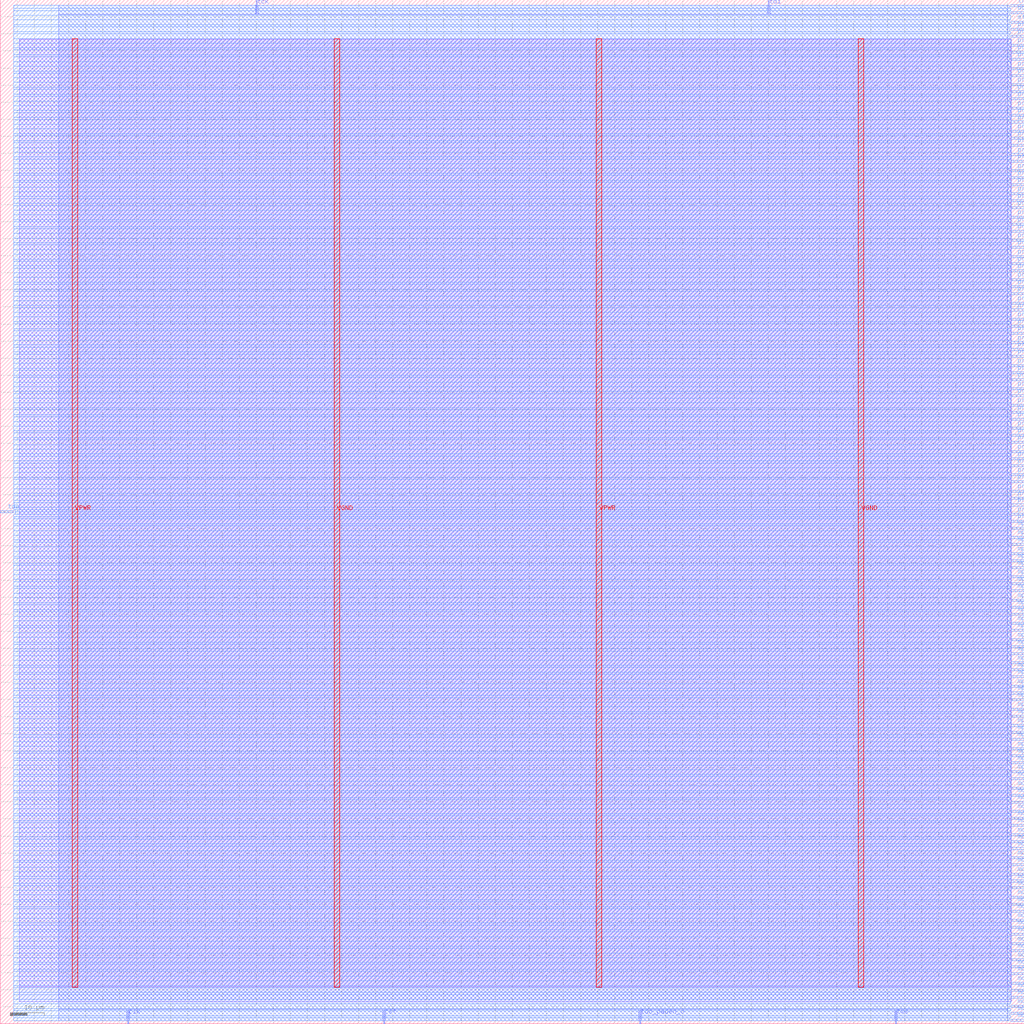
<source format=lef>
VERSION 5.7 ;
  NOWIREEXTENSIONATPIN ON ;
  DIVIDERCHAR "/" ;
  BUSBITCHARS "[]" ;
MACRO spm_top
  CLASS BLOCK ;
  FOREIGN spm_top ;
  ORIGIN 0.000 0.000 ;
  SIZE 300.000 BY 300.000 ;
  PIN clk
    DIRECTION INPUT ;
    USE SIGNAL ;
    PORT
      LAYER met2 ;
        RECT 37.350 0.000 37.630 4.000 ;
    END
  END clk
  PIN done
    DIRECTION OUTPUT TRISTATE ;
    USE SIGNAL ;
    PORT
      LAYER met3 ;
        RECT 296.000 295.840 300.000 296.440 ;
    END
  END done
  PIN mc[0]
    DIRECTION INPUT ;
    USE SIGNAL ;
    PORT
      LAYER met3 ;
        RECT 296.000 0.720 300.000 1.320 ;
    END
  END mc[0]
  PIN mc[10]
    DIRECTION INPUT ;
    USE SIGNAL ;
    PORT
      LAYER met3 ;
        RECT 296.000 23.160 300.000 23.760 ;
    END
  END mc[10]
  PIN mc[11]
    DIRECTION INPUT ;
    USE SIGNAL ;
    PORT
      LAYER met3 ;
        RECT 296.000 25.880 300.000 26.480 ;
    END
  END mc[11]
  PIN mc[12]
    DIRECTION INPUT ;
    USE SIGNAL ;
    PORT
      LAYER met3 ;
        RECT 296.000 27.920 300.000 28.520 ;
    END
  END mc[12]
  PIN mc[13]
    DIRECTION INPUT ;
    USE SIGNAL ;
    PORT
      LAYER met3 ;
        RECT 296.000 29.960 300.000 30.560 ;
    END
  END mc[13]
  PIN mc[14]
    DIRECTION INPUT ;
    USE SIGNAL ;
    PORT
      LAYER met3 ;
        RECT 296.000 32.680 300.000 33.280 ;
    END
  END mc[14]
  PIN mc[15]
    DIRECTION INPUT ;
    USE SIGNAL ;
    PORT
      LAYER met3 ;
        RECT 296.000 34.720 300.000 35.320 ;
    END
  END mc[15]
  PIN mc[16]
    DIRECTION INPUT ;
    USE SIGNAL ;
    PORT
      LAYER met3 ;
        RECT 296.000 36.760 300.000 37.360 ;
    END
  END mc[16]
  PIN mc[17]
    DIRECTION INPUT ;
    USE SIGNAL ;
    PORT
      LAYER met3 ;
        RECT 296.000 39.480 300.000 40.080 ;
    END
  END mc[17]
  PIN mc[18]
    DIRECTION INPUT ;
    USE SIGNAL ;
    PORT
      LAYER met3 ;
        RECT 296.000 41.520 300.000 42.120 ;
    END
  END mc[18]
  PIN mc[19]
    DIRECTION INPUT ;
    USE SIGNAL ;
    PORT
      LAYER met3 ;
        RECT 296.000 43.560 300.000 44.160 ;
    END
  END mc[19]
  PIN mc[1]
    DIRECTION INPUT ;
    USE SIGNAL ;
    PORT
      LAYER met3 ;
        RECT 296.000 2.760 300.000 3.360 ;
    END
  END mc[1]
  PIN mc[20]
    DIRECTION INPUT ;
    USE SIGNAL ;
    PORT
      LAYER met3 ;
        RECT 296.000 46.280 300.000 46.880 ;
    END
  END mc[20]
  PIN mc[21]
    DIRECTION INPUT ;
    USE SIGNAL ;
    PORT
      LAYER met3 ;
        RECT 296.000 48.320 300.000 48.920 ;
    END
  END mc[21]
  PIN mc[22]
    DIRECTION INPUT ;
    USE SIGNAL ;
    PORT
      LAYER met3 ;
        RECT 296.000 51.040 300.000 51.640 ;
    END
  END mc[22]
  PIN mc[23]
    DIRECTION INPUT ;
    USE SIGNAL ;
    PORT
      LAYER met3 ;
        RECT 296.000 53.080 300.000 53.680 ;
    END
  END mc[23]
  PIN mc[24]
    DIRECTION INPUT ;
    USE SIGNAL ;
    PORT
      LAYER met3 ;
        RECT 296.000 55.120 300.000 55.720 ;
    END
  END mc[24]
  PIN mc[25]
    DIRECTION INPUT ;
    USE SIGNAL ;
    PORT
      LAYER met3 ;
        RECT 296.000 57.840 300.000 58.440 ;
    END
  END mc[25]
  PIN mc[26]
    DIRECTION INPUT ;
    USE SIGNAL ;
    PORT
      LAYER met3 ;
        RECT 296.000 59.880 300.000 60.480 ;
    END
  END mc[26]
  PIN mc[27]
    DIRECTION INPUT ;
    USE SIGNAL ;
    PORT
      LAYER met3 ;
        RECT 296.000 61.920 300.000 62.520 ;
    END
  END mc[27]
  PIN mc[28]
    DIRECTION INPUT ;
    USE SIGNAL ;
    PORT
      LAYER met3 ;
        RECT 296.000 64.640 300.000 65.240 ;
    END
  END mc[28]
  PIN mc[29]
    DIRECTION INPUT ;
    USE SIGNAL ;
    PORT
      LAYER met3 ;
        RECT 296.000 66.680 300.000 67.280 ;
    END
  END mc[29]
  PIN mc[2]
    DIRECTION INPUT ;
    USE SIGNAL ;
    PORT
      LAYER met3 ;
        RECT 296.000 4.800 300.000 5.400 ;
    END
  END mc[2]
  PIN mc[30]
    DIRECTION INPUT ;
    USE SIGNAL ;
    PORT
      LAYER met3 ;
        RECT 296.000 68.720 300.000 69.320 ;
    END
  END mc[30]
  PIN mc[31]
    DIRECTION INPUT ;
    USE SIGNAL ;
    PORT
      LAYER met3 ;
        RECT 296.000 71.440 300.000 72.040 ;
    END
  END mc[31]
  PIN mc[3]
    DIRECTION INPUT ;
    USE SIGNAL ;
    PORT
      LAYER met3 ;
        RECT 296.000 7.520 300.000 8.120 ;
    END
  END mc[3]
  PIN mc[4]
    DIRECTION INPUT ;
    USE SIGNAL ;
    PORT
      LAYER met3 ;
        RECT 296.000 9.560 300.000 10.160 ;
    END
  END mc[4]
  PIN mc[5]
    DIRECTION INPUT ;
    USE SIGNAL ;
    PORT
      LAYER met3 ;
        RECT 296.000 11.600 300.000 12.200 ;
    END
  END mc[5]
  PIN mc[6]
    DIRECTION INPUT ;
    USE SIGNAL ;
    PORT
      LAYER met3 ;
        RECT 296.000 14.320 300.000 14.920 ;
    END
  END mc[6]
  PIN mc[7]
    DIRECTION INPUT ;
    USE SIGNAL ;
    PORT
      LAYER met3 ;
        RECT 296.000 16.360 300.000 16.960 ;
    END
  END mc[7]
  PIN mc[8]
    DIRECTION INPUT ;
    USE SIGNAL ;
    PORT
      LAYER met3 ;
        RECT 296.000 18.400 300.000 19.000 ;
    END
  END mc[8]
  PIN mc[9]
    DIRECTION INPUT ;
    USE SIGNAL ;
    PORT
      LAYER met3 ;
        RECT 296.000 21.120 300.000 21.720 ;
    END
  END mc[9]
  PIN mp[0]
    DIRECTION INPUT ;
    USE SIGNAL ;
    PORT
      LAYER met3 ;
        RECT 296.000 73.480 300.000 74.080 ;
    END
  END mp[0]
  PIN mp[10]
    DIRECTION INPUT ;
    USE SIGNAL ;
    PORT
      LAYER met3 ;
        RECT 296.000 96.600 300.000 97.200 ;
    END
  END mp[10]
  PIN mp[11]
    DIRECTION INPUT ;
    USE SIGNAL ;
    PORT
      LAYER met3 ;
        RECT 296.000 98.640 300.000 99.240 ;
    END
  END mp[11]
  PIN mp[12]
    DIRECTION INPUT ;
    USE SIGNAL ;
    PORT
      LAYER met3 ;
        RECT 296.000 101.360 300.000 101.960 ;
    END
  END mp[12]
  PIN mp[13]
    DIRECTION INPUT ;
    USE SIGNAL ;
    PORT
      LAYER met3 ;
        RECT 296.000 103.400 300.000 104.000 ;
    END
  END mp[13]
  PIN mp[14]
    DIRECTION INPUT ;
    USE SIGNAL ;
    PORT
      LAYER met3 ;
        RECT 296.000 105.440 300.000 106.040 ;
    END
  END mp[14]
  PIN mp[15]
    DIRECTION INPUT ;
    USE SIGNAL ;
    PORT
      LAYER met3 ;
        RECT 296.000 108.160 300.000 108.760 ;
    END
  END mp[15]
  PIN mp[16]
    DIRECTION INPUT ;
    USE SIGNAL ;
    PORT
      LAYER met3 ;
        RECT 296.000 110.200 300.000 110.800 ;
    END
  END mp[16]
  PIN mp[17]
    DIRECTION INPUT ;
    USE SIGNAL ;
    PORT
      LAYER met3 ;
        RECT 296.000 112.240 300.000 112.840 ;
    END
  END mp[17]
  PIN mp[18]
    DIRECTION INPUT ;
    USE SIGNAL ;
    PORT
      LAYER met3 ;
        RECT 296.000 114.960 300.000 115.560 ;
    END
  END mp[18]
  PIN mp[19]
    DIRECTION INPUT ;
    USE SIGNAL ;
    PORT
      LAYER met3 ;
        RECT 296.000 117.000 300.000 117.600 ;
    END
  END mp[19]
  PIN mp[1]
    DIRECTION INPUT ;
    USE SIGNAL ;
    PORT
      LAYER met3 ;
        RECT 296.000 76.200 300.000 76.800 ;
    END
  END mp[1]
  PIN mp[20]
    DIRECTION INPUT ;
    USE SIGNAL ;
    PORT
      LAYER met3 ;
        RECT 296.000 119.720 300.000 120.320 ;
    END
  END mp[20]
  PIN mp[21]
    DIRECTION INPUT ;
    USE SIGNAL ;
    PORT
      LAYER met3 ;
        RECT 296.000 121.760 300.000 122.360 ;
    END
  END mp[21]
  PIN mp[22]
    DIRECTION INPUT ;
    USE SIGNAL ;
    PORT
      LAYER met3 ;
        RECT 296.000 123.800 300.000 124.400 ;
    END
  END mp[22]
  PIN mp[23]
    DIRECTION INPUT ;
    USE SIGNAL ;
    PORT
      LAYER met3 ;
        RECT 296.000 126.520 300.000 127.120 ;
    END
  END mp[23]
  PIN mp[24]
    DIRECTION INPUT ;
    USE SIGNAL ;
    PORT
      LAYER met3 ;
        RECT 296.000 128.560 300.000 129.160 ;
    END
  END mp[24]
  PIN mp[25]
    DIRECTION INPUT ;
    USE SIGNAL ;
    PORT
      LAYER met3 ;
        RECT 296.000 130.600 300.000 131.200 ;
    END
  END mp[25]
  PIN mp[26]
    DIRECTION INPUT ;
    USE SIGNAL ;
    PORT
      LAYER met3 ;
        RECT 296.000 133.320 300.000 133.920 ;
    END
  END mp[26]
  PIN mp[27]
    DIRECTION INPUT ;
    USE SIGNAL ;
    PORT
      LAYER met3 ;
        RECT 296.000 135.360 300.000 135.960 ;
    END
  END mp[27]
  PIN mp[28]
    DIRECTION INPUT ;
    USE SIGNAL ;
    PORT
      LAYER met3 ;
        RECT 296.000 137.400 300.000 138.000 ;
    END
  END mp[28]
  PIN mp[29]
    DIRECTION INPUT ;
    USE SIGNAL ;
    PORT
      LAYER met3 ;
        RECT 296.000 140.120 300.000 140.720 ;
    END
  END mp[29]
  PIN mp[2]
    DIRECTION INPUT ;
    USE SIGNAL ;
    PORT
      LAYER met3 ;
        RECT 296.000 78.240 300.000 78.840 ;
    END
  END mp[2]
  PIN mp[30]
    DIRECTION INPUT ;
    USE SIGNAL ;
    PORT
      LAYER met3 ;
        RECT 296.000 142.160 300.000 142.760 ;
    END
  END mp[30]
  PIN mp[31]
    DIRECTION INPUT ;
    USE SIGNAL ;
    PORT
      LAYER met3 ;
        RECT 296.000 144.880 300.000 145.480 ;
    END
  END mp[31]
  PIN mp[3]
    DIRECTION INPUT ;
    USE SIGNAL ;
    PORT
      LAYER met3 ;
        RECT 296.000 80.280 300.000 80.880 ;
    END
  END mp[3]
  PIN mp[4]
    DIRECTION INPUT ;
    USE SIGNAL ;
    PORT
      LAYER met3 ;
        RECT 296.000 83.000 300.000 83.600 ;
    END
  END mp[4]
  PIN mp[5]
    DIRECTION INPUT ;
    USE SIGNAL ;
    PORT
      LAYER met3 ;
        RECT 296.000 85.040 300.000 85.640 ;
    END
  END mp[5]
  PIN mp[6]
    DIRECTION INPUT ;
    USE SIGNAL ;
    PORT
      LAYER met3 ;
        RECT 296.000 87.080 300.000 87.680 ;
    END
  END mp[6]
  PIN mp[7]
    DIRECTION INPUT ;
    USE SIGNAL ;
    PORT
      LAYER met3 ;
        RECT 296.000 89.800 300.000 90.400 ;
    END
  END mp[7]
  PIN mp[8]
    DIRECTION INPUT ;
    USE SIGNAL ;
    PORT
      LAYER met3 ;
        RECT 296.000 91.840 300.000 92.440 ;
    END
  END mp[8]
  PIN mp[9]
    DIRECTION INPUT ;
    USE SIGNAL ;
    PORT
      LAYER met3 ;
        RECT 296.000 94.560 300.000 95.160 ;
    END
  END mp[9]
  PIN prod[0]
    DIRECTION OUTPUT TRISTATE ;
    USE SIGNAL ;
    PORT
      LAYER met3 ;
        RECT 296.000 146.920 300.000 147.520 ;
    END
  END prod[0]
  PIN prod[10]
    DIRECTION OUTPUT TRISTATE ;
    USE SIGNAL ;
    PORT
      LAYER met3 ;
        RECT 296.000 170.040 300.000 170.640 ;
    END
  END prod[10]
  PIN prod[11]
    DIRECTION OUTPUT TRISTATE ;
    USE SIGNAL ;
    PORT
      LAYER met3 ;
        RECT 296.000 172.080 300.000 172.680 ;
    END
  END prod[11]
  PIN prod[12]
    DIRECTION OUTPUT TRISTATE ;
    USE SIGNAL ;
    PORT
      LAYER met3 ;
        RECT 296.000 174.120 300.000 174.720 ;
    END
  END prod[12]
  PIN prod[13]
    DIRECTION OUTPUT TRISTATE ;
    USE SIGNAL ;
    PORT
      LAYER met3 ;
        RECT 296.000 176.840 300.000 177.440 ;
    END
  END prod[13]
  PIN prod[14]
    DIRECTION OUTPUT TRISTATE ;
    USE SIGNAL ;
    PORT
      LAYER met3 ;
        RECT 296.000 178.880 300.000 179.480 ;
    END
  END prod[14]
  PIN prod[15]
    DIRECTION OUTPUT TRISTATE ;
    USE SIGNAL ;
    PORT
      LAYER met3 ;
        RECT 296.000 180.920 300.000 181.520 ;
    END
  END prod[15]
  PIN prod[16]
    DIRECTION OUTPUT TRISTATE ;
    USE SIGNAL ;
    PORT
      LAYER met3 ;
        RECT 296.000 183.640 300.000 184.240 ;
    END
  END prod[16]
  PIN prod[17]
    DIRECTION OUTPUT TRISTATE ;
    USE SIGNAL ;
    PORT
      LAYER met3 ;
        RECT 296.000 185.680 300.000 186.280 ;
    END
  END prod[17]
  PIN prod[18]
    DIRECTION OUTPUT TRISTATE ;
    USE SIGNAL ;
    PORT
      LAYER met3 ;
        RECT 296.000 188.400 300.000 189.000 ;
    END
  END prod[18]
  PIN prod[19]
    DIRECTION OUTPUT TRISTATE ;
    USE SIGNAL ;
    PORT
      LAYER met3 ;
        RECT 296.000 190.440 300.000 191.040 ;
    END
  END prod[19]
  PIN prod[1]
    DIRECTION OUTPUT TRISTATE ;
    USE SIGNAL ;
    PORT
      LAYER met3 ;
        RECT 296.000 148.960 300.000 149.560 ;
    END
  END prod[1]
  PIN prod[20]
    DIRECTION OUTPUT TRISTATE ;
    USE SIGNAL ;
    PORT
      LAYER met3 ;
        RECT 296.000 192.480 300.000 193.080 ;
    END
  END prod[20]
  PIN prod[21]
    DIRECTION OUTPUT TRISTATE ;
    USE SIGNAL ;
    PORT
      LAYER met3 ;
        RECT 296.000 195.200 300.000 195.800 ;
    END
  END prod[21]
  PIN prod[22]
    DIRECTION OUTPUT TRISTATE ;
    USE SIGNAL ;
    PORT
      LAYER met3 ;
        RECT 296.000 197.240 300.000 197.840 ;
    END
  END prod[22]
  PIN prod[23]
    DIRECTION OUTPUT TRISTATE ;
    USE SIGNAL ;
    PORT
      LAYER met3 ;
        RECT 296.000 199.280 300.000 199.880 ;
    END
  END prod[23]
  PIN prod[24]
    DIRECTION OUTPUT TRISTATE ;
    USE SIGNAL ;
    PORT
      LAYER met3 ;
        RECT 296.000 202.000 300.000 202.600 ;
    END
  END prod[24]
  PIN prod[25]
    DIRECTION OUTPUT TRISTATE ;
    USE SIGNAL ;
    PORT
      LAYER met3 ;
        RECT 296.000 204.040 300.000 204.640 ;
    END
  END prod[25]
  PIN prod[26]
    DIRECTION OUTPUT TRISTATE ;
    USE SIGNAL ;
    PORT
      LAYER met3 ;
        RECT 296.000 206.080 300.000 206.680 ;
    END
  END prod[26]
  PIN prod[27]
    DIRECTION OUTPUT TRISTATE ;
    USE SIGNAL ;
    PORT
      LAYER met3 ;
        RECT 296.000 208.800 300.000 209.400 ;
    END
  END prod[27]
  PIN prod[28]
    DIRECTION OUTPUT TRISTATE ;
    USE SIGNAL ;
    PORT
      LAYER met3 ;
        RECT 296.000 210.840 300.000 211.440 ;
    END
  END prod[28]
  PIN prod[29]
    DIRECTION OUTPUT TRISTATE ;
    USE SIGNAL ;
    PORT
      LAYER met3 ;
        RECT 296.000 213.560 300.000 214.160 ;
    END
  END prod[29]
  PIN prod[2]
    DIRECTION OUTPUT TRISTATE ;
    USE SIGNAL ;
    PORT
      LAYER met3 ;
        RECT 296.000 151.680 300.000 152.280 ;
    END
  END prod[2]
  PIN prod[30]
    DIRECTION OUTPUT TRISTATE ;
    USE SIGNAL ;
    PORT
      LAYER met3 ;
        RECT 296.000 215.600 300.000 216.200 ;
    END
  END prod[30]
  PIN prod[31]
    DIRECTION OUTPUT TRISTATE ;
    USE SIGNAL ;
    PORT
      LAYER met3 ;
        RECT 296.000 217.640 300.000 218.240 ;
    END
  END prod[31]
  PIN prod[32]
    DIRECTION OUTPUT TRISTATE ;
    USE SIGNAL ;
    PORT
      LAYER met3 ;
        RECT 296.000 220.360 300.000 220.960 ;
    END
  END prod[32]
  PIN prod[33]
    DIRECTION OUTPUT TRISTATE ;
    USE SIGNAL ;
    PORT
      LAYER met3 ;
        RECT 296.000 222.400 300.000 223.000 ;
    END
  END prod[33]
  PIN prod[34]
    DIRECTION OUTPUT TRISTATE ;
    USE SIGNAL ;
    PORT
      LAYER met3 ;
        RECT 296.000 224.440 300.000 225.040 ;
    END
  END prod[34]
  PIN prod[35]
    DIRECTION OUTPUT TRISTATE ;
    USE SIGNAL ;
    PORT
      LAYER met3 ;
        RECT 296.000 227.160 300.000 227.760 ;
    END
  END prod[35]
  PIN prod[36]
    DIRECTION OUTPUT TRISTATE ;
    USE SIGNAL ;
    PORT
      LAYER met3 ;
        RECT 296.000 229.200 300.000 229.800 ;
    END
  END prod[36]
  PIN prod[37]
    DIRECTION OUTPUT TRISTATE ;
    USE SIGNAL ;
    PORT
      LAYER met3 ;
        RECT 296.000 231.920 300.000 232.520 ;
    END
  END prod[37]
  PIN prod[38]
    DIRECTION OUTPUT TRISTATE ;
    USE SIGNAL ;
    PORT
      LAYER met3 ;
        RECT 296.000 233.960 300.000 234.560 ;
    END
  END prod[38]
  PIN prod[39]
    DIRECTION OUTPUT TRISTATE ;
    USE SIGNAL ;
    PORT
      LAYER met3 ;
        RECT 296.000 236.000 300.000 236.600 ;
    END
  END prod[39]
  PIN prod[3]
    DIRECTION OUTPUT TRISTATE ;
    USE SIGNAL ;
    PORT
      LAYER met3 ;
        RECT 296.000 153.720 300.000 154.320 ;
    END
  END prod[3]
  PIN prod[40]
    DIRECTION OUTPUT TRISTATE ;
    USE SIGNAL ;
    PORT
      LAYER met3 ;
        RECT 296.000 238.720 300.000 239.320 ;
    END
  END prod[40]
  PIN prod[41]
    DIRECTION OUTPUT TRISTATE ;
    USE SIGNAL ;
    PORT
      LAYER met3 ;
        RECT 296.000 240.760 300.000 241.360 ;
    END
  END prod[41]
  PIN prod[42]
    DIRECTION OUTPUT TRISTATE ;
    USE SIGNAL ;
    PORT
      LAYER met3 ;
        RECT 296.000 242.800 300.000 243.400 ;
    END
  END prod[42]
  PIN prod[43]
    DIRECTION OUTPUT TRISTATE ;
    USE SIGNAL ;
    PORT
      LAYER met3 ;
        RECT 296.000 245.520 300.000 246.120 ;
    END
  END prod[43]
  PIN prod[44]
    DIRECTION OUTPUT TRISTATE ;
    USE SIGNAL ;
    PORT
      LAYER met3 ;
        RECT 296.000 247.560 300.000 248.160 ;
    END
  END prod[44]
  PIN prod[45]
    DIRECTION OUTPUT TRISTATE ;
    USE SIGNAL ;
    PORT
      LAYER met3 ;
        RECT 296.000 249.600 300.000 250.200 ;
    END
  END prod[45]
  PIN prod[46]
    DIRECTION OUTPUT TRISTATE ;
    USE SIGNAL ;
    PORT
      LAYER met3 ;
        RECT 296.000 252.320 300.000 252.920 ;
    END
  END prod[46]
  PIN prod[47]
    DIRECTION OUTPUT TRISTATE ;
    USE SIGNAL ;
    PORT
      LAYER met3 ;
        RECT 296.000 254.360 300.000 254.960 ;
    END
  END prod[47]
  PIN prod[48]
    DIRECTION OUTPUT TRISTATE ;
    USE SIGNAL ;
    PORT
      LAYER met3 ;
        RECT 296.000 257.080 300.000 257.680 ;
    END
  END prod[48]
  PIN prod[49]
    DIRECTION OUTPUT TRISTATE ;
    USE SIGNAL ;
    PORT
      LAYER met3 ;
        RECT 296.000 259.120 300.000 259.720 ;
    END
  END prod[49]
  PIN prod[4]
    DIRECTION OUTPUT TRISTATE ;
    USE SIGNAL ;
    PORT
      LAYER met3 ;
        RECT 296.000 155.760 300.000 156.360 ;
    END
  END prod[4]
  PIN prod[50]
    DIRECTION OUTPUT TRISTATE ;
    USE SIGNAL ;
    PORT
      LAYER met3 ;
        RECT 296.000 261.160 300.000 261.760 ;
    END
  END prod[50]
  PIN prod[51]
    DIRECTION OUTPUT TRISTATE ;
    USE SIGNAL ;
    PORT
      LAYER met3 ;
        RECT 296.000 263.880 300.000 264.480 ;
    END
  END prod[51]
  PIN prod[52]
    DIRECTION OUTPUT TRISTATE ;
    USE SIGNAL ;
    PORT
      LAYER met3 ;
        RECT 296.000 265.920 300.000 266.520 ;
    END
  END prod[52]
  PIN prod[53]
    DIRECTION OUTPUT TRISTATE ;
    USE SIGNAL ;
    PORT
      LAYER met3 ;
        RECT 296.000 267.960 300.000 268.560 ;
    END
  END prod[53]
  PIN prod[54]
    DIRECTION OUTPUT TRISTATE ;
    USE SIGNAL ;
    PORT
      LAYER met3 ;
        RECT 296.000 270.680 300.000 271.280 ;
    END
  END prod[54]
  PIN prod[55]
    DIRECTION OUTPUT TRISTATE ;
    USE SIGNAL ;
    PORT
      LAYER met3 ;
        RECT 296.000 272.720 300.000 273.320 ;
    END
  END prod[55]
  PIN prod[56]
    DIRECTION OUTPUT TRISTATE ;
    USE SIGNAL ;
    PORT
      LAYER met3 ;
        RECT 296.000 274.760 300.000 275.360 ;
    END
  END prod[56]
  PIN prod[57]
    DIRECTION OUTPUT TRISTATE ;
    USE SIGNAL ;
    PORT
      LAYER met3 ;
        RECT 296.000 277.480 300.000 278.080 ;
    END
  END prod[57]
  PIN prod[58]
    DIRECTION OUTPUT TRISTATE ;
    USE SIGNAL ;
    PORT
      LAYER met3 ;
        RECT 296.000 279.520 300.000 280.120 ;
    END
  END prod[58]
  PIN prod[59]
    DIRECTION OUTPUT TRISTATE ;
    USE SIGNAL ;
    PORT
      LAYER met3 ;
        RECT 296.000 282.240 300.000 282.840 ;
    END
  END prod[59]
  PIN prod[5]
    DIRECTION OUTPUT TRISTATE ;
    USE SIGNAL ;
    PORT
      LAYER met3 ;
        RECT 296.000 158.480 300.000 159.080 ;
    END
  END prod[5]
  PIN prod[60]
    DIRECTION OUTPUT TRISTATE ;
    USE SIGNAL ;
    PORT
      LAYER met3 ;
        RECT 296.000 284.280 300.000 284.880 ;
    END
  END prod[60]
  PIN prod[61]
    DIRECTION OUTPUT TRISTATE ;
    USE SIGNAL ;
    PORT
      LAYER met3 ;
        RECT 296.000 286.320 300.000 286.920 ;
    END
  END prod[61]
  PIN prod[62]
    DIRECTION OUTPUT TRISTATE ;
    USE SIGNAL ;
    PORT
      LAYER met3 ;
        RECT 296.000 289.040 300.000 289.640 ;
    END
  END prod[62]
  PIN prod[63]
    DIRECTION OUTPUT TRISTATE ;
    USE SIGNAL ;
    PORT
      LAYER met3 ;
        RECT 296.000 291.080 300.000 291.680 ;
    END
  END prod[63]
  PIN prod[6]
    DIRECTION OUTPUT TRISTATE ;
    USE SIGNAL ;
    PORT
      LAYER met3 ;
        RECT 296.000 160.520 300.000 161.120 ;
    END
  END prod[6]
  PIN prod[7]
    DIRECTION OUTPUT TRISTATE ;
    USE SIGNAL ;
    PORT
      LAYER met3 ;
        RECT 296.000 163.240 300.000 163.840 ;
    END
  END prod[7]
  PIN prod[8]
    DIRECTION OUTPUT TRISTATE ;
    USE SIGNAL ;
    PORT
      LAYER met3 ;
        RECT 296.000 165.280 300.000 165.880 ;
    END
  END prod[8]
  PIN prod[9]
    DIRECTION OUTPUT TRISTATE ;
    USE SIGNAL ;
    PORT
      LAYER met3 ;
        RECT 296.000 167.320 300.000 167.920 ;
    END
  END prod[9]
  PIN rst
    DIRECTION INPUT ;
    USE SIGNAL ;
    PORT
      LAYER met2 ;
        RECT 112.330 0.000 112.610 4.000 ;
    END
  END rst
  PIN start
    DIRECTION INPUT ;
    USE SIGNAL ;
    PORT
      LAYER met3 ;
        RECT 296.000 293.120 300.000 293.720 ;
    END
  END start
  PIN tck
    DIRECTION INPUT ;
    USE SIGNAL ;
    PORT
      LAYER met2 ;
        RECT 75.070 296.000 75.350 300.000 ;
    END
  END tck
  PIN tdi
    DIRECTION INPUT ;
    USE SIGNAL ;
    PORT
      LAYER met2 ;
        RECT 225.030 296.000 225.310 300.000 ;
    END
  END tdi
  PIN tdo
    DIRECTION OUTPUT TRISTATE ;
    USE SIGNAL ;
    PORT
      LAYER met3 ;
        RECT 0.000 149.640 4.000 150.240 ;
    END
  END tdo
  PIN tdo_paden_o
    DIRECTION OUTPUT TRISTATE ;
    USE SIGNAL ;
    PORT
      LAYER met2 ;
        RECT 187.310 0.000 187.590 4.000 ;
    END
  END tdo_paden_o
  PIN tms
    DIRECTION INPUT ;
    USE SIGNAL ;
    PORT
      LAYER met2 ;
        RECT 262.290 0.000 262.570 4.000 ;
    END
  END tms
  PIN trst
    DIRECTION INPUT ;
    USE SIGNAL ;
    PORT
      LAYER met3 ;
        RECT 296.000 297.880 300.000 298.480 ;
    END
  END trst
  PIN VPWR
    DIRECTION INOUT ;
    USE POWER ;
    PORT
      LAYER met4 ;
        RECT 174.640 10.640 176.240 288.560 ;
    END
  END VPWR
  PIN VPWR
    DIRECTION INOUT ;
    USE POWER ;
    PORT
      LAYER met4 ;
        RECT 21.040 10.640 22.640 288.560 ;
    END
  END VPWR
  PIN VGND
    DIRECTION INOUT ;
    USE GROUND ;
    PORT
      LAYER met4 ;
        RECT 251.440 10.640 253.040 288.560 ;
    END
  END VGND
  PIN VGND
    DIRECTION INOUT ;
    USE GROUND ;
    PORT
      LAYER met4 ;
        RECT 97.840 10.640 99.440 288.560 ;
    END
  END VGND
  OBS
      LAYER li1 ;
        RECT 5.520 10.795 296.095 288.405 ;
      LAYER met1 ;
        RECT 5.520 6.500 296.155 288.560 ;
      LAYER met2 ;
        RECT 17.110 295.720 74.790 298.365 ;
        RECT 75.630 295.720 224.750 298.365 ;
        RECT 225.590 295.720 295.230 298.365 ;
        RECT 17.110 4.280 295.230 295.720 ;
        RECT 17.110 0.835 37.070 4.280 ;
        RECT 37.910 0.835 112.050 4.280 ;
        RECT 112.890 0.835 187.030 4.280 ;
        RECT 187.870 0.835 262.010 4.280 ;
        RECT 262.850 0.835 295.230 4.280 ;
      LAYER met3 ;
        RECT 4.000 297.480 295.600 298.345 ;
        RECT 4.000 296.840 296.000 297.480 ;
        RECT 4.000 295.440 295.600 296.840 ;
        RECT 4.000 294.120 296.000 295.440 ;
        RECT 4.000 292.720 295.600 294.120 ;
        RECT 4.000 292.080 296.000 292.720 ;
        RECT 4.000 290.680 295.600 292.080 ;
        RECT 4.000 290.040 296.000 290.680 ;
        RECT 4.000 288.640 295.600 290.040 ;
        RECT 4.000 287.320 296.000 288.640 ;
        RECT 4.000 285.920 295.600 287.320 ;
        RECT 4.000 285.280 296.000 285.920 ;
        RECT 4.000 283.880 295.600 285.280 ;
        RECT 4.000 283.240 296.000 283.880 ;
        RECT 4.000 281.840 295.600 283.240 ;
        RECT 4.000 280.520 296.000 281.840 ;
        RECT 4.000 279.120 295.600 280.520 ;
        RECT 4.000 278.480 296.000 279.120 ;
        RECT 4.000 277.080 295.600 278.480 ;
        RECT 4.000 275.760 296.000 277.080 ;
        RECT 4.000 274.360 295.600 275.760 ;
        RECT 4.000 273.720 296.000 274.360 ;
        RECT 4.000 272.320 295.600 273.720 ;
        RECT 4.000 271.680 296.000 272.320 ;
        RECT 4.000 270.280 295.600 271.680 ;
        RECT 4.000 268.960 296.000 270.280 ;
        RECT 4.000 267.560 295.600 268.960 ;
        RECT 4.000 266.920 296.000 267.560 ;
        RECT 4.000 265.520 295.600 266.920 ;
        RECT 4.000 264.880 296.000 265.520 ;
        RECT 4.000 263.480 295.600 264.880 ;
        RECT 4.000 262.160 296.000 263.480 ;
        RECT 4.000 260.760 295.600 262.160 ;
        RECT 4.000 260.120 296.000 260.760 ;
        RECT 4.000 258.720 295.600 260.120 ;
        RECT 4.000 258.080 296.000 258.720 ;
        RECT 4.000 256.680 295.600 258.080 ;
        RECT 4.000 255.360 296.000 256.680 ;
        RECT 4.000 253.960 295.600 255.360 ;
        RECT 4.000 253.320 296.000 253.960 ;
        RECT 4.000 251.920 295.600 253.320 ;
        RECT 4.000 250.600 296.000 251.920 ;
        RECT 4.000 249.200 295.600 250.600 ;
        RECT 4.000 248.560 296.000 249.200 ;
        RECT 4.000 247.160 295.600 248.560 ;
        RECT 4.000 246.520 296.000 247.160 ;
        RECT 4.000 245.120 295.600 246.520 ;
        RECT 4.000 243.800 296.000 245.120 ;
        RECT 4.000 242.400 295.600 243.800 ;
        RECT 4.000 241.760 296.000 242.400 ;
        RECT 4.000 240.360 295.600 241.760 ;
        RECT 4.000 239.720 296.000 240.360 ;
        RECT 4.000 238.320 295.600 239.720 ;
        RECT 4.000 237.000 296.000 238.320 ;
        RECT 4.000 235.600 295.600 237.000 ;
        RECT 4.000 234.960 296.000 235.600 ;
        RECT 4.000 233.560 295.600 234.960 ;
        RECT 4.000 232.920 296.000 233.560 ;
        RECT 4.000 231.520 295.600 232.920 ;
        RECT 4.000 230.200 296.000 231.520 ;
        RECT 4.000 228.800 295.600 230.200 ;
        RECT 4.000 228.160 296.000 228.800 ;
        RECT 4.000 226.760 295.600 228.160 ;
        RECT 4.000 225.440 296.000 226.760 ;
        RECT 4.000 224.040 295.600 225.440 ;
        RECT 4.000 223.400 296.000 224.040 ;
        RECT 4.000 222.000 295.600 223.400 ;
        RECT 4.000 221.360 296.000 222.000 ;
        RECT 4.000 219.960 295.600 221.360 ;
        RECT 4.000 218.640 296.000 219.960 ;
        RECT 4.000 217.240 295.600 218.640 ;
        RECT 4.000 216.600 296.000 217.240 ;
        RECT 4.000 215.200 295.600 216.600 ;
        RECT 4.000 214.560 296.000 215.200 ;
        RECT 4.000 213.160 295.600 214.560 ;
        RECT 4.000 211.840 296.000 213.160 ;
        RECT 4.000 210.440 295.600 211.840 ;
        RECT 4.000 209.800 296.000 210.440 ;
        RECT 4.000 208.400 295.600 209.800 ;
        RECT 4.000 207.080 296.000 208.400 ;
        RECT 4.000 205.680 295.600 207.080 ;
        RECT 4.000 205.040 296.000 205.680 ;
        RECT 4.000 203.640 295.600 205.040 ;
        RECT 4.000 203.000 296.000 203.640 ;
        RECT 4.000 201.600 295.600 203.000 ;
        RECT 4.000 200.280 296.000 201.600 ;
        RECT 4.000 198.880 295.600 200.280 ;
        RECT 4.000 198.240 296.000 198.880 ;
        RECT 4.000 196.840 295.600 198.240 ;
        RECT 4.000 196.200 296.000 196.840 ;
        RECT 4.000 194.800 295.600 196.200 ;
        RECT 4.000 193.480 296.000 194.800 ;
        RECT 4.000 192.080 295.600 193.480 ;
        RECT 4.000 191.440 296.000 192.080 ;
        RECT 4.000 190.040 295.600 191.440 ;
        RECT 4.000 189.400 296.000 190.040 ;
        RECT 4.000 188.000 295.600 189.400 ;
        RECT 4.000 186.680 296.000 188.000 ;
        RECT 4.000 185.280 295.600 186.680 ;
        RECT 4.000 184.640 296.000 185.280 ;
        RECT 4.000 183.240 295.600 184.640 ;
        RECT 4.000 181.920 296.000 183.240 ;
        RECT 4.000 180.520 295.600 181.920 ;
        RECT 4.000 179.880 296.000 180.520 ;
        RECT 4.000 178.480 295.600 179.880 ;
        RECT 4.000 177.840 296.000 178.480 ;
        RECT 4.000 176.440 295.600 177.840 ;
        RECT 4.000 175.120 296.000 176.440 ;
        RECT 4.000 173.720 295.600 175.120 ;
        RECT 4.000 173.080 296.000 173.720 ;
        RECT 4.000 171.680 295.600 173.080 ;
        RECT 4.000 171.040 296.000 171.680 ;
        RECT 4.000 169.640 295.600 171.040 ;
        RECT 4.000 168.320 296.000 169.640 ;
        RECT 4.000 166.920 295.600 168.320 ;
        RECT 4.000 166.280 296.000 166.920 ;
        RECT 4.000 164.880 295.600 166.280 ;
        RECT 4.000 164.240 296.000 164.880 ;
        RECT 4.000 162.840 295.600 164.240 ;
        RECT 4.000 161.520 296.000 162.840 ;
        RECT 4.000 160.120 295.600 161.520 ;
        RECT 4.000 159.480 296.000 160.120 ;
        RECT 4.000 158.080 295.600 159.480 ;
        RECT 4.000 156.760 296.000 158.080 ;
        RECT 4.000 155.360 295.600 156.760 ;
        RECT 4.000 154.720 296.000 155.360 ;
        RECT 4.000 153.320 295.600 154.720 ;
        RECT 4.000 152.680 296.000 153.320 ;
        RECT 4.000 151.280 295.600 152.680 ;
        RECT 4.000 150.640 296.000 151.280 ;
        RECT 4.400 149.960 296.000 150.640 ;
        RECT 4.400 149.240 295.600 149.960 ;
        RECT 4.000 148.560 295.600 149.240 ;
        RECT 4.000 147.920 296.000 148.560 ;
        RECT 4.000 146.520 295.600 147.920 ;
        RECT 4.000 145.880 296.000 146.520 ;
        RECT 4.000 144.480 295.600 145.880 ;
        RECT 4.000 143.160 296.000 144.480 ;
        RECT 4.000 141.760 295.600 143.160 ;
        RECT 4.000 141.120 296.000 141.760 ;
        RECT 4.000 139.720 295.600 141.120 ;
        RECT 4.000 138.400 296.000 139.720 ;
        RECT 4.000 137.000 295.600 138.400 ;
        RECT 4.000 136.360 296.000 137.000 ;
        RECT 4.000 134.960 295.600 136.360 ;
        RECT 4.000 134.320 296.000 134.960 ;
        RECT 4.000 132.920 295.600 134.320 ;
        RECT 4.000 131.600 296.000 132.920 ;
        RECT 4.000 130.200 295.600 131.600 ;
        RECT 4.000 129.560 296.000 130.200 ;
        RECT 4.000 128.160 295.600 129.560 ;
        RECT 4.000 127.520 296.000 128.160 ;
        RECT 4.000 126.120 295.600 127.520 ;
        RECT 4.000 124.800 296.000 126.120 ;
        RECT 4.000 123.400 295.600 124.800 ;
        RECT 4.000 122.760 296.000 123.400 ;
        RECT 4.000 121.360 295.600 122.760 ;
        RECT 4.000 120.720 296.000 121.360 ;
        RECT 4.000 119.320 295.600 120.720 ;
        RECT 4.000 118.000 296.000 119.320 ;
        RECT 4.000 116.600 295.600 118.000 ;
        RECT 4.000 115.960 296.000 116.600 ;
        RECT 4.000 114.560 295.600 115.960 ;
        RECT 4.000 113.240 296.000 114.560 ;
        RECT 4.000 111.840 295.600 113.240 ;
        RECT 4.000 111.200 296.000 111.840 ;
        RECT 4.000 109.800 295.600 111.200 ;
        RECT 4.000 109.160 296.000 109.800 ;
        RECT 4.000 107.760 295.600 109.160 ;
        RECT 4.000 106.440 296.000 107.760 ;
        RECT 4.000 105.040 295.600 106.440 ;
        RECT 4.000 104.400 296.000 105.040 ;
        RECT 4.000 103.000 295.600 104.400 ;
        RECT 4.000 102.360 296.000 103.000 ;
        RECT 4.000 100.960 295.600 102.360 ;
        RECT 4.000 99.640 296.000 100.960 ;
        RECT 4.000 98.240 295.600 99.640 ;
        RECT 4.000 97.600 296.000 98.240 ;
        RECT 4.000 96.200 295.600 97.600 ;
        RECT 4.000 95.560 296.000 96.200 ;
        RECT 4.000 94.160 295.600 95.560 ;
        RECT 4.000 92.840 296.000 94.160 ;
        RECT 4.000 91.440 295.600 92.840 ;
        RECT 4.000 90.800 296.000 91.440 ;
        RECT 4.000 89.400 295.600 90.800 ;
        RECT 4.000 88.080 296.000 89.400 ;
        RECT 4.000 86.680 295.600 88.080 ;
        RECT 4.000 86.040 296.000 86.680 ;
        RECT 4.000 84.640 295.600 86.040 ;
        RECT 4.000 84.000 296.000 84.640 ;
        RECT 4.000 82.600 295.600 84.000 ;
        RECT 4.000 81.280 296.000 82.600 ;
        RECT 4.000 79.880 295.600 81.280 ;
        RECT 4.000 79.240 296.000 79.880 ;
        RECT 4.000 77.840 295.600 79.240 ;
        RECT 4.000 77.200 296.000 77.840 ;
        RECT 4.000 75.800 295.600 77.200 ;
        RECT 4.000 74.480 296.000 75.800 ;
        RECT 4.000 73.080 295.600 74.480 ;
        RECT 4.000 72.440 296.000 73.080 ;
        RECT 4.000 71.040 295.600 72.440 ;
        RECT 4.000 69.720 296.000 71.040 ;
        RECT 4.000 68.320 295.600 69.720 ;
        RECT 4.000 67.680 296.000 68.320 ;
        RECT 4.000 66.280 295.600 67.680 ;
        RECT 4.000 65.640 296.000 66.280 ;
        RECT 4.000 64.240 295.600 65.640 ;
        RECT 4.000 62.920 296.000 64.240 ;
        RECT 4.000 61.520 295.600 62.920 ;
        RECT 4.000 60.880 296.000 61.520 ;
        RECT 4.000 59.480 295.600 60.880 ;
        RECT 4.000 58.840 296.000 59.480 ;
        RECT 4.000 57.440 295.600 58.840 ;
        RECT 4.000 56.120 296.000 57.440 ;
        RECT 4.000 54.720 295.600 56.120 ;
        RECT 4.000 54.080 296.000 54.720 ;
        RECT 4.000 52.680 295.600 54.080 ;
        RECT 4.000 52.040 296.000 52.680 ;
        RECT 4.000 50.640 295.600 52.040 ;
        RECT 4.000 49.320 296.000 50.640 ;
        RECT 4.000 47.920 295.600 49.320 ;
        RECT 4.000 47.280 296.000 47.920 ;
        RECT 4.000 45.880 295.600 47.280 ;
        RECT 4.000 44.560 296.000 45.880 ;
        RECT 4.000 43.160 295.600 44.560 ;
        RECT 4.000 42.520 296.000 43.160 ;
        RECT 4.000 41.120 295.600 42.520 ;
        RECT 4.000 40.480 296.000 41.120 ;
        RECT 4.000 39.080 295.600 40.480 ;
        RECT 4.000 37.760 296.000 39.080 ;
        RECT 4.000 36.360 295.600 37.760 ;
        RECT 4.000 35.720 296.000 36.360 ;
        RECT 4.000 34.320 295.600 35.720 ;
        RECT 4.000 33.680 296.000 34.320 ;
        RECT 4.000 32.280 295.600 33.680 ;
        RECT 4.000 30.960 296.000 32.280 ;
        RECT 4.000 29.560 295.600 30.960 ;
        RECT 4.000 28.920 296.000 29.560 ;
        RECT 4.000 27.520 295.600 28.920 ;
        RECT 4.000 26.880 296.000 27.520 ;
        RECT 4.000 25.480 295.600 26.880 ;
        RECT 4.000 24.160 296.000 25.480 ;
        RECT 4.000 22.760 295.600 24.160 ;
        RECT 4.000 22.120 296.000 22.760 ;
        RECT 4.000 20.720 295.600 22.120 ;
        RECT 4.000 19.400 296.000 20.720 ;
        RECT 4.000 18.000 295.600 19.400 ;
        RECT 4.000 17.360 296.000 18.000 ;
        RECT 4.000 15.960 295.600 17.360 ;
        RECT 4.000 15.320 296.000 15.960 ;
        RECT 4.000 13.920 295.600 15.320 ;
        RECT 4.000 12.600 296.000 13.920 ;
        RECT 4.000 11.200 295.600 12.600 ;
        RECT 4.000 10.560 296.000 11.200 ;
        RECT 4.000 9.160 295.600 10.560 ;
        RECT 4.000 8.520 296.000 9.160 ;
        RECT 4.000 7.120 295.600 8.520 ;
        RECT 4.000 5.800 296.000 7.120 ;
        RECT 4.000 4.400 295.600 5.800 ;
        RECT 4.000 3.760 296.000 4.400 ;
        RECT 4.000 2.360 295.600 3.760 ;
        RECT 4.000 1.720 296.000 2.360 ;
        RECT 4.000 0.855 295.600 1.720 ;
  END
END spm_top
END LIBRARY


</source>
